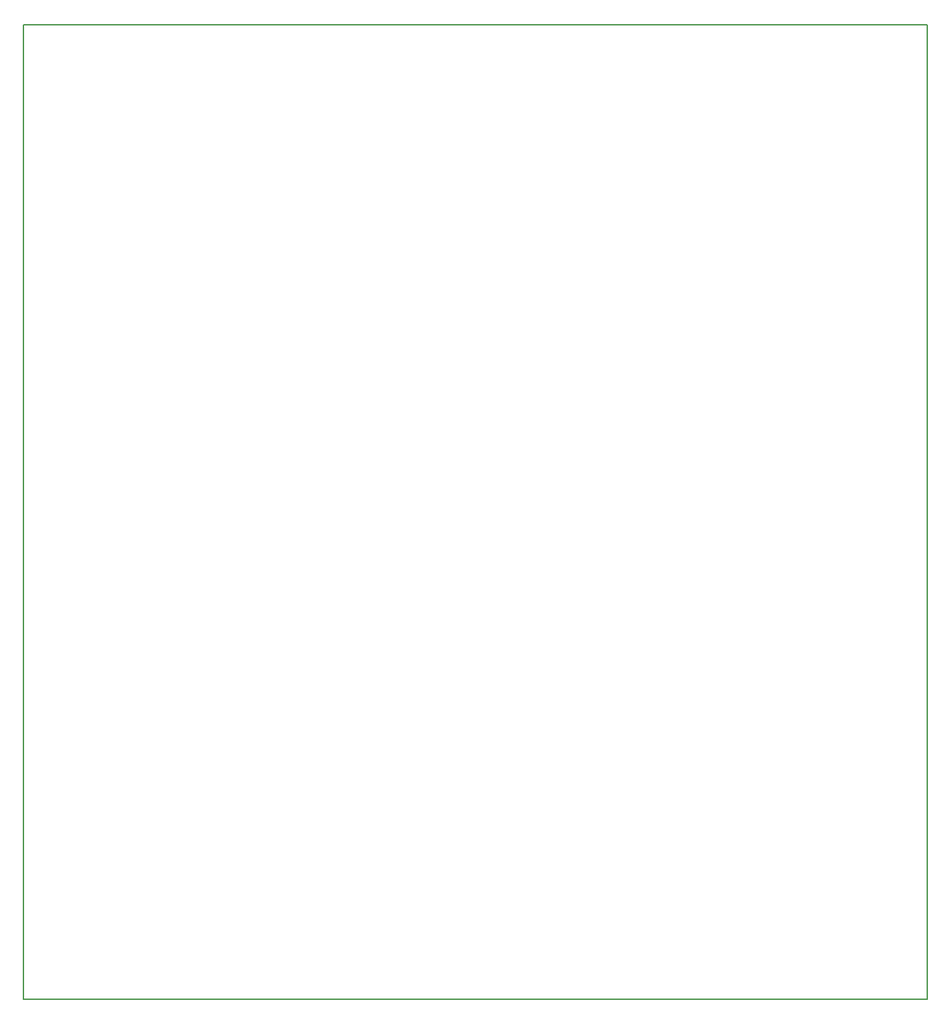
<source format=gm1>
%TF.GenerationSoftware,KiCad,Pcbnew,no-vcs-found-3e71ed2~61~ubuntu16.04.1*%
%TF.CreationDate,2017-11-26T16:56:58+01:00*%
%TF.ProjectId,podlewaczka,706F646C657761637A6B612E6B696361,rev?*%
%TF.SameCoordinates,Original*%
%TF.FileFunction,Profile,NP*%
%FSLAX46Y46*%
G04 Gerber Fmt 4.6, Leading zero omitted, Abs format (unit mm)*
G04 Created by KiCad (PCBNEW no-vcs-found-3e71ed2~61~ubuntu16.04.1) date Sun Nov 26 16:56:58 2017*
%MOMM*%
%LPD*%
G01*
G04 APERTURE LIST*
%ADD10C,0.150000*%
G04 APERTURE END LIST*
D10*
X92710000Y-152400000D02*
X92710000Y-29210000D01*
X207010000Y-152400000D02*
X92710000Y-152400000D01*
X207010000Y-29210000D02*
X207010000Y-152400000D01*
X92710000Y-29210000D02*
X207010000Y-29210000D01*
M02*

</source>
